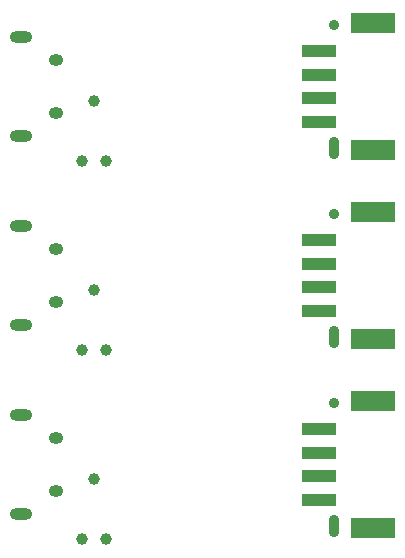
<source format=gbs>
G04 #@! TF.FileFunction,Soldermask,Bot*
%FSLAX46Y46*%
G04 Gerber Fmt 4.6, Leading zero omitted, Abs format (unit mm)*
G04 Created by KiCad (PCBNEW 0.201512311516+6410~40~ubuntu14.04.1-stable) date Sun 03 Jan 2016 08:23:42 GMT*
%MOMM*%
G01*
G04 APERTURE LIST*
%ADD10C,0.100000*%
%ADD11C,1.000000*%
%ADD12O,1.250000X1.000000*%
%ADD13O,1.900000X1.000000*%
%ADD14R,3.800000X1.800000*%
%ADD15C,0.900000*%
%ADD16O,0.900000X1.900000*%
%ADD17R,3.000000X1.000000*%
G04 APERTURE END LIST*
D10*
D11*
X107635000Y-101210000D03*
X106619000Y-106290000D03*
X108651000Y-106290000D03*
X107635000Y-117210000D03*
X106619000Y-122290000D03*
X108651000Y-122290000D03*
X107635000Y-133210000D03*
X106619000Y-138290000D03*
X108651000Y-138290000D03*
D12*
X104450000Y-102215000D03*
X104450000Y-97765000D03*
D13*
X101450000Y-104165000D03*
X101450000Y-95815000D03*
D12*
X104450000Y-118215000D03*
X104450000Y-113765000D03*
D13*
X101450000Y-120165000D03*
X101450000Y-111815000D03*
D12*
X104450000Y-134215000D03*
X104450000Y-129765000D03*
D13*
X101450000Y-136165000D03*
X101450000Y-127815000D03*
D14*
X131250000Y-94650000D03*
X131250000Y-105350000D03*
D15*
X128000000Y-94800000D03*
D16*
X128000000Y-105200000D03*
D17*
X126650000Y-97000000D03*
X126650000Y-99000000D03*
X126650000Y-101000000D03*
X126650000Y-103000000D03*
D14*
X131250000Y-110650000D03*
X131250000Y-121350000D03*
D15*
X128000000Y-110800000D03*
D16*
X128000000Y-121200000D03*
D17*
X126650000Y-113000000D03*
X126650000Y-115000000D03*
X126650000Y-117000000D03*
X126650000Y-119000000D03*
D14*
X131250000Y-126650000D03*
X131250000Y-137350000D03*
D15*
X128000000Y-126800000D03*
D16*
X128000000Y-137200000D03*
D17*
X126650000Y-129000000D03*
X126650000Y-131000000D03*
X126650000Y-133000000D03*
X126650000Y-135000000D03*
M02*

</source>
